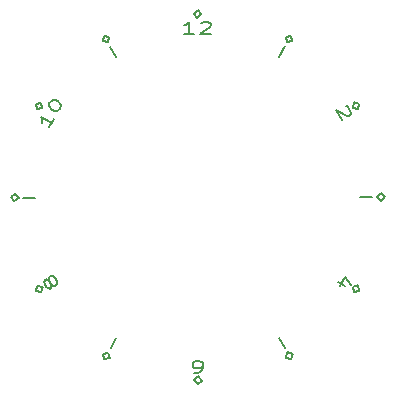
<source format=gbr>
%TF.GenerationSoftware,KiCad,Pcbnew,6.0.7-1.fc35*%
%TF.CreationDate,2022-12-16T23:41:26+01:00*%
%TF.ProjectId,inner,696e6e65-722e-46b6-9963-61645f706362,rev?*%
%TF.SameCoordinates,Original*%
%TF.FileFunction,Copper,L1,Top*%
%TF.FilePolarity,Positive*%
%FSLAX46Y46*%
G04 Gerber Fmt 4.6, Leading zero omitted, Abs format (unit mm)*
G04 Created by KiCad (PCBNEW 6.0.7-1.fc35) date 2022-12-16 23:41:26*
%MOMM*%
%LPD*%
G01*
G04 APERTURE LIST*
%ADD10C,0.175000*%
%TA.AperFunction,NonConductor*%
%ADD11C,0.175000*%
%TD*%
%ADD12C,0.200000*%
%TA.AperFunction,NonConductor*%
%ADD13C,0.200000*%
%TD*%
G04 APERTURE END LIST*
D10*
D11*
X213760001Y-99990000D02*
X214760001Y-99990000D01*
D10*
D11*
X206888661Y-111911510D02*
X207388661Y-112777535D01*
D10*
D11*
X193128660Y-111921510D02*
X192628660Y-112787535D01*
D10*
D11*
X186239999Y-100010000D02*
X185239999Y-100010000D01*
D10*
D11*
X193111339Y-88088489D02*
X192611339Y-87222464D01*
D12*
D13*
X212565311Y-92238995D02*
X212642265Y-92277045D01*
X212754933Y-92376953D01*
X212933504Y-92686248D01*
X212963693Y-92833775D01*
X212958168Y-92919444D01*
X212911404Y-93028922D01*
X212828925Y-93076541D01*
X212669493Y-93086110D01*
X211746050Y-92629517D01*
X212210336Y-93433684D01*
D12*
D13*
X212440543Y-107500918D02*
X211863193Y-107167585D01*
X212949029Y-107382100D02*
X212509011Y-106715662D01*
X212044725Y-107519828D01*
D12*
D13*
X199724285Y-114857619D02*
X200010000Y-114857619D01*
X200152857Y-114810000D01*
X200224285Y-114762380D01*
X200367142Y-114619523D01*
X200438571Y-114429047D01*
X200438571Y-114048095D01*
X200367142Y-113952857D01*
X200295714Y-113905238D01*
X200152857Y-113857619D01*
X199867142Y-113857619D01*
X199724285Y-113905238D01*
X199652857Y-113952857D01*
X199581428Y-114048095D01*
X199581428Y-114286190D01*
X199652857Y-114381428D01*
X199724285Y-114429047D01*
X199867142Y-114476666D01*
X200152857Y-114476666D01*
X200295714Y-114429047D01*
X200367142Y-114381428D01*
X200438571Y-114286190D01*
D12*
D13*
X187580506Y-107346901D02*
X187610695Y-107494429D01*
X187605170Y-107580097D01*
X187558406Y-107689575D01*
X187517166Y-107713385D01*
X187398974Y-107699145D01*
X187322020Y-107661095D01*
X187209352Y-107561187D01*
X187066495Y-107313751D01*
X187036306Y-107166224D01*
X187041831Y-107080555D01*
X187088595Y-106971077D01*
X187129834Y-106947268D01*
X187248027Y-106961508D01*
X187324981Y-106999557D01*
X187437649Y-107099465D01*
X187580506Y-107346901D01*
X187693174Y-107446810D01*
X187770127Y-107484859D01*
X187888320Y-107499099D01*
X188053277Y-107403861D01*
X188100042Y-107294383D01*
X188105567Y-107208714D01*
X188075377Y-107061187D01*
X187932520Y-106813751D01*
X187819852Y-106713843D01*
X187742899Y-106675793D01*
X187624706Y-106661553D01*
X187459749Y-106756791D01*
X187412984Y-106866269D01*
X187407459Y-106951938D01*
X187437649Y-107099465D01*
D12*
D13*
X187851092Y-93327286D02*
X187422520Y-94069593D01*
X187636806Y-93698440D02*
X186770781Y-93198440D01*
X186823070Y-93393586D01*
X186834120Y-93564923D01*
X186803931Y-93712450D01*
X187449352Y-92023119D02*
X187520781Y-91899401D01*
X187633449Y-91799493D01*
X187710402Y-91761444D01*
X187828595Y-91747204D01*
X188029267Y-91780583D01*
X188235463Y-91899630D01*
X188364706Y-92056728D01*
X188411470Y-92166206D01*
X188416995Y-92251874D01*
X188386806Y-92399401D01*
X188315377Y-92523119D01*
X188202710Y-92623028D01*
X188125756Y-92661077D01*
X188007563Y-92675317D01*
X187806892Y-92641938D01*
X187600695Y-92522890D01*
X187471452Y-92365793D01*
X187424688Y-92256315D01*
X187419163Y-92170647D01*
X187449352Y-92023119D01*
X207915000Y-86290818D02*
X207455551Y-86406606D01*
X207455551Y-86406606D02*
X207571339Y-86866055D01*
X208030788Y-86750266D02*
X207571339Y-86866054D01*
X207915000Y-86290818D02*
X208030788Y-86750267D01*
X213709182Y-92085000D02*
X213253394Y-91955551D01*
X213253394Y-91955551D02*
X213123945Y-92411339D01*
X213579734Y-92540788D02*
X213123946Y-92411339D01*
X213709182Y-92085000D02*
X213579733Y-92540788D01*
X215830000Y-100000000D02*
X215500000Y-99660000D01*
X215500000Y-99660000D02*
X215160000Y-99990000D01*
X215490000Y-100330000D02*
X215160000Y-99990000D01*
X215830000Y-100000000D02*
X215490000Y-100330000D01*
X213709182Y-107915000D02*
X213593394Y-107455551D01*
X213593394Y-107455551D02*
X213133945Y-107571339D01*
X213249734Y-108030788D02*
X213133946Y-107571339D01*
X213709182Y-107915000D02*
X213249733Y-108030788D01*
X207915000Y-113709182D02*
X208044449Y-113253394D01*
X208044449Y-113253394D02*
X207588661Y-113123945D01*
X207459212Y-113579734D02*
X207588661Y-113123946D01*
X207915000Y-113709182D02*
X207459212Y-113579733D01*
X200000000Y-115830000D02*
X200340000Y-115500000D01*
X200340000Y-115500000D02*
X200010000Y-115160000D01*
X199670000Y-115490000D02*
X200010000Y-115160000D01*
X200000000Y-115830000D02*
X199670000Y-115490000D01*
X192085000Y-113709182D02*
X192544449Y-113593394D01*
X192544449Y-113593394D02*
X192428661Y-113133945D01*
X191969212Y-113249734D02*
X192428661Y-113133946D01*
X192085000Y-113709182D02*
X191969212Y-113249733D01*
X186290818Y-107915000D02*
X186746606Y-108044449D01*
X186746606Y-108044449D02*
X186876055Y-107588661D01*
X186420266Y-107459212D02*
X186876054Y-107588661D01*
X186290818Y-107915000D02*
X186420267Y-107459212D01*
X184170000Y-100000000D02*
X184500000Y-100340000D01*
X184500000Y-100340000D02*
X184840000Y-100010000D01*
X184510000Y-99670000D02*
X184840000Y-100010000D01*
X184170000Y-100000000D02*
X184510000Y-99670000D01*
X186290818Y-92085000D02*
X186406606Y-92544449D01*
X186406606Y-92544449D02*
X186866055Y-92428661D01*
X186750266Y-91969212D02*
X186866054Y-92428661D01*
X186290818Y-92085000D02*
X186750267Y-91969212D01*
X192085000Y-86290818D02*
X191955551Y-86746606D01*
X191955551Y-86746606D02*
X192411339Y-86876055D01*
X192540788Y-86420266D02*
X192411339Y-86876054D01*
X192085000Y-86290818D02*
X192540788Y-86420267D01*
D10*
D11*
X206871340Y-88078489D02*
X207371340Y-87212464D01*
D12*
D13*
X199704285Y-86142380D02*
X198847142Y-86142380D01*
X199275714Y-86142380D02*
X199275714Y-85142380D01*
X199132857Y-85285238D01*
X198990000Y-85380476D01*
X198847142Y-85428095D01*
X200275714Y-85237619D02*
X200347142Y-85190000D01*
X200490000Y-85142380D01*
X200847142Y-85142380D01*
X200990000Y-85190000D01*
X201061428Y-85237619D01*
X201132857Y-85332857D01*
X201132857Y-85428095D01*
X201061428Y-85570952D01*
X200204285Y-86142380D01*
X201132857Y-86142380D01*
X200000000Y-84170000D02*
X199660000Y-84500000D01*
X200000000Y-84170000D02*
X200330000Y-84510000D01*
X199660000Y-84500000D02*
X199990000Y-84840000D01*
X200330000Y-84510000D02*
X199990000Y-84840000D01*
M02*

</source>
